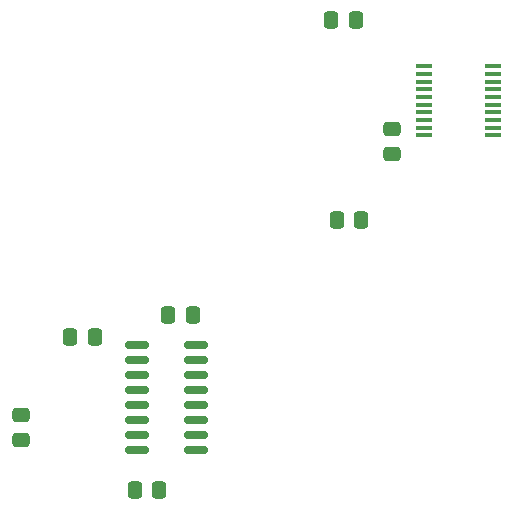
<source format=gtp>
G04 #@! TF.GenerationSoftware,KiCad,Pcbnew,8.0.6*
G04 #@! TF.CreationDate,2025-01-19T14:16:04-05:00*
G04 #@! TF.ProjectId,board_stm8_rev2,626f6172-645f-4737-946d-385f72657632,rev?*
G04 #@! TF.SameCoordinates,Original*
G04 #@! TF.FileFunction,Paste,Top*
G04 #@! TF.FilePolarity,Positive*
%FSLAX46Y46*%
G04 Gerber Fmt 4.6, Leading zero omitted, Abs format (unit mm)*
G04 Created by KiCad (PCBNEW 8.0.6) date 2025-01-19 14:16:04*
%MOMM*%
%LPD*%
G01*
G04 APERTURE LIST*
G04 Aperture macros list*
%AMRoundRect*
0 Rectangle with rounded corners*
0 $1 Rounding radius*
0 $2 $3 $4 $5 $6 $7 $8 $9 X,Y pos of 4 corners*
0 Add a 4 corners polygon primitive as box body*
4,1,4,$2,$3,$4,$5,$6,$7,$8,$9,$2,$3,0*
0 Add four circle primitives for the rounded corners*
1,1,$1+$1,$2,$3*
1,1,$1+$1,$4,$5*
1,1,$1+$1,$6,$7*
1,1,$1+$1,$8,$9*
0 Add four rect primitives between the rounded corners*
20,1,$1+$1,$2,$3,$4,$5,0*
20,1,$1+$1,$4,$5,$6,$7,0*
20,1,$1+$1,$6,$7,$8,$9,0*
20,1,$1+$1,$8,$9,$2,$3,0*%
G04 Aperture macros list end*
%ADD10RoundRect,0.250000X-0.475000X0.337500X-0.475000X-0.337500X0.475000X-0.337500X0.475000X0.337500X0*%
%ADD11RoundRect,0.250000X-0.337500X-0.475000X0.337500X-0.475000X0.337500X0.475000X-0.337500X0.475000X0*%
%ADD12R,1.473200X0.355600*%
%ADD13RoundRect,0.150000X-0.825000X-0.150000X0.825000X-0.150000X0.825000X0.150000X-0.825000X0.150000X0*%
%ADD14RoundRect,0.250000X0.337500X0.475000X-0.337500X0.475000X-0.337500X-0.475000X0.337500X-0.475000X0*%
G04 APERTURE END LIST*
D10*
X184500000Y-97825000D03*
X184500000Y-99900000D03*
D11*
X179824500Y-105500000D03*
X181899500Y-105500000D03*
X179362500Y-88600000D03*
X181437500Y-88600000D03*
D12*
X193021000Y-92475002D03*
X193021000Y-93125001D03*
X193021000Y-93775002D03*
X193021000Y-94425001D03*
X193021000Y-95075002D03*
X193021000Y-95725001D03*
X193021000Y-96375002D03*
X193021000Y-97025001D03*
X193021000Y-97675002D03*
X193021000Y-98325000D03*
X187179000Y-98324998D03*
X187179000Y-97674999D03*
X187179000Y-97024998D03*
X187179000Y-96374999D03*
X187179000Y-95724998D03*
X187179000Y-95074999D03*
X187179000Y-94425001D03*
X187179000Y-93774999D03*
X187179000Y-93125001D03*
X187179000Y-92475000D03*
D11*
X157235500Y-115419000D03*
X159310500Y-115419000D03*
D13*
X162910000Y-116054000D03*
X162910000Y-117324000D03*
X162910000Y-118594000D03*
X162910000Y-119864000D03*
X162910000Y-121134000D03*
X162910000Y-122404000D03*
X162910000Y-123674000D03*
X162910000Y-124944000D03*
X167860000Y-124944000D03*
X167860000Y-123674000D03*
X167860000Y-122404000D03*
X167860000Y-121134000D03*
X167860000Y-119864000D03*
X167860000Y-118594000D03*
X167860000Y-117324000D03*
X167860000Y-116054000D03*
D14*
X167637500Y-113500000D03*
X165562500Y-113500000D03*
D11*
X162696500Y-128373000D03*
X164771500Y-128373000D03*
D10*
X153066000Y-122001500D03*
X153066000Y-124076500D03*
M02*

</source>
